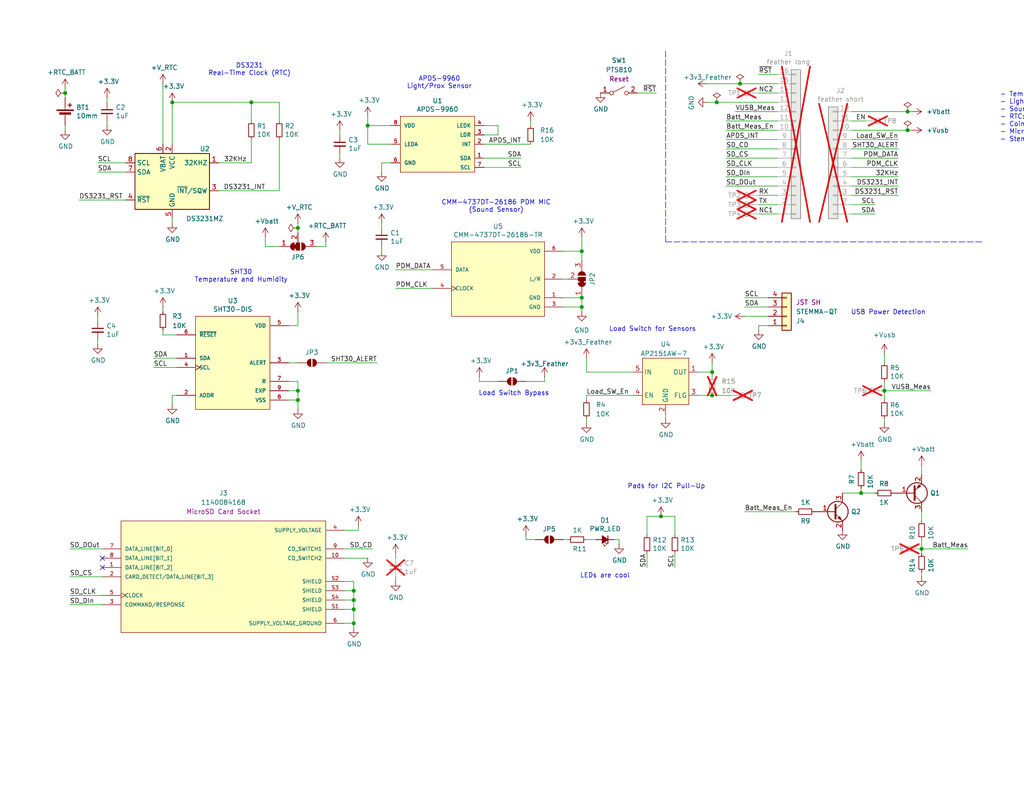
<source format=kicad_sch>
(kicad_sch (version 20231120) (generator "eeschema") (generator_version "8.0")
  (paper "USLetter")
  (title_block (title "BaldSense") (rev "3") (company "@baldengineer"))
  (lib_symbols
    (symbol "Connector_Generic:Conn_01x04" (pin_names (offset 1.016) hide)
      (property "Reference" "J" (at 0 5.08 0))
      (property "Value" "Conn_01x04" (at 0 -7.62 0))
      (symbol "Conn_01x04_1_1"
        (pin passive line (at -5.08 2.54 0) (length 3.81) (name "Pin_1") (number "1"))
        (pin passive line (at -5.08 0 0) (length 3.81) (name "Pin_2") (number "2"))
        (pin passive line (at -5.08 -2.54 0) (length 3.81) (name "Pin_3") (number "3"))
        (pin passive line (at -5.08 -5.08 0) (length 3.81) (name "Pin_4") (number "4"))
      )
    )
    (symbol "Connector_Generic:Conn_01x12" (pin_names (offset 1.016) hide)
      (property "Reference" "J" (at 0 15.24 0))
      (property "Value" "Conn_01x12" (at 0 -17.78 0))
      (symbol "Conn_01x12_1_1"
        (pin passive line (at -5.08 12.7 0) (length 3.81) (name "Pin_1") (number "1"))
        (pin passive line (at -5.08 -10.16 0) (length 3.81) (name "Pin_10") (number "10"))
        (pin passive line (at -5.08 -12.7 0) (length 3.81) (name "Pin_11") (number "11"))
        (pin passive line (at -5.08 -15.24 0) (length 3.81) (name "Pin_12") (number "12"))
        (pin passive line (at -5.08 10.16 0) (length 3.81) (name "Pin_2") (number "2"))
        (pin passive line (at -5.08 7.62 0) (length 3.81) (name "Pin_3") (number "3"))
        (pin passive line (at -5.08 5.08 0) (length 3.81) (name "Pin_4") (number "4"))
        (pin passive line (at -5.08 2.54 0) (length 3.81) (name "Pin_5") (number "5"))
        (pin passive line (at -5.08 0 0) (length 3.81) (name "Pin_6") (number "6"))
        (pin passive line (at -5.08 -2.54 0) (length 3.81) (name "Pin_7") (number "7"))
        (pin passive line (at -5.08 -5.08 0) (length 3.81) (name "Pin_8") (number "8"))
        (pin passive line (at -5.08 -7.62 0) (length 3.81) (name "Pin_9") (number "9"))
      )
    )
    (symbol "Connector_Generic:Conn_01x16" (pin_names (offset 1.016) hide)
      (property "Reference" "J" (at 0 20.32 0))
      (property "Value" "Conn_01x16" (at 0 -22.86 0))
      (symbol "Conn_01x16_1_1"
        (pin passive line (at -5.08 17.78 0) (length 3.81) (name "Pin_1") (number "1"))
        (pin passive line (at -5.08 -5.08 0) (length 3.81) (name "Pin_10") (number "10"))
        (pin passive line (at -5.08 -7.62 0) (length 3.81) (name "Pin_11") (number "11"))
        (pin passive line (at -5.08 -10.16 0) (length 3.81) (name "Pin_12") (number "12"))
        (pin passive line (at -5.08 -12.7 0) (length 3.81) (name "Pin_13") (number "13"))
        (pin passive line (at -5.08 -15.24 0) (length 3.81) (name "Pin_14") (number "14"))
        (pin passive line (at -5.08 -17.78 0) (length 3.81) (name "Pin_15") (number "15"))
        (pin passive line (at -5.08 -20.32 0) (length 3.81) (name "Pin_16") (number "16"))
        (pin passive line (at -5.08 15.24 0) (length 3.81) (name "Pin_2") (number "2"))
        (pin passive line (at -5.08 12.7 0) (length 3.81) (name "Pin_3") (number "3"))
        (pin passive line (at -5.08 10.16 0) (length 3.81) (name "Pin_4") (number "4"))
        (pin passive line (at -5.08 7.62 0) (length 3.81) (name "Pin_5") (number "5"))
        (pin passive line (at -5.08 5.08 0) (length 3.81) (name "Pin_6") (number "6"))
        (pin passive line (at -5.08 2.54 0) (length 3.81) (name "Pin_7") (number "7"))
        (pin passive line (at -5.08 0 0) (length 3.81) (name "Pin_8") (number "8"))
        (pin passive line (at -5.08 -2.54 0) (length 3.81) (name "Pin_9") (number "9"))
      )
    )
    (symbol "Device:Battery_Cell" (pin_numbers hide) (pin_names (offset 0) hide)
      (property "Reference" "BT" (at 2.54 2.54 0))
      (property "Value" "Battery_Cell" (at 2.54 0 0))
      (symbol "Battery_Cell_1_1"
        (pin passive line (at 0 5.08 270) (length 2.54) (name "+") (number "1"))
        (pin passive line (at 0 -2.54 90) (length 2.54) (name "-") (number "2"))
      )
    )
    (symbol "Device:C_Small" (pin_numbers hide) (pin_names (offset 0.254) hide)
      (property "Reference" "C" (at 0.254 1.778 0))
      (property "Value" "C_Small" (at 0.254 -2.032 0))
      (symbol "C_Small_1_1"
        (pin passive line (at 0 2.54 270) (length 2.032) (name "~") (number "1"))
        (pin passive line (at 0 -2.54 90) (length 2.032) (name "~") (number "2"))
      )
    )
    (symbol "Device:LED_Small_Filled" (pin_numbers hide) (pin_names (offset 0.254) hide)
      (property "Reference" "D" (at -1.27 3.175 0))
      (property "Value" "LED_Small_Filled" (at -4.445 -2.54 0))
      (symbol "LED_Small_Filled_1_1"
        (pin passive line (at -2.54 0 0) (length 1.778) (name "K") (number "1"))
        (pin passive line (at 2.54 0 180) (length 1.778) (name "A") (number "2"))
      )
    )
    (symbol "Device:Q_NPN_BEC" (pin_names (offset 0) hide)
      (property "Reference" "Q" (at 5.08 1.27 0))
      (property "Value" "Q_NPN_BEC" (at 5.08 -1.27 0))
      (symbol "Q_NPN_BEC_1_1"
        (pin input line (at -5.08 0 0) (length 5.715) (name "B") (number "1"))
        (pin passive line (at 2.54 -5.08 90) (length 2.54) (name "E") (number "2"))
        (pin passive line (at 2.54 5.08 270) (length 2.54) (name "C") (number "3"))
      )
    )
    (symbol "Device:Q_PNP_BEC" (pin_names (offset 0) hide)
      (property "Reference" "Q" (at 5.08 1.27 0))
      (property "Value" "Q_PNP_BEC" (at 5.08 -1.27 0))
      (symbol "Q_PNP_BEC_1_1"
        (pin input line (at -5.08 0 0) (length 5.715) (name "B") (number "1"))
        (pin passive line (at 2.54 -5.08 90) (length 2.54) (name "E") (number "2"))
        (pin passive line (at 2.54 5.08 270) (length 2.54) (name "C") (number "3"))
      )
    )
    (symbol "Device:R_Small" (pin_numbers hide) (pin_names (offset 0.254) hide)
      (property "Reference" "R" (at 0.762 0.508 0))
      (property "Value" "R_Small" (at 0.762 -1.016 0))
      (symbol "R_Small_1_1"
        (pin passive line (at 0 2.54 270) (length 0.762) (name "~") (number "1"))
        (pin passive line (at 0 -2.54 90) (length 0.762) (name "~") (number "2"))
      )
    )
    (symbol "Jumper:SolderJumper_2_Open" (pin_numbers hide) (pin_names (offset 0) hide) (exclude_from_sim yes) (in_bom no)
      (property "Reference" "JP" (at 0 2.032 0))
      (property "Value" "SolderJumper_2_Open" (at 0 -2.54 0))
      (symbol "SolderJumper_2_Open_1_1"
        (pin passive line (at -3.81 0 0) (length 2.54) (name "A") (number "1"))
        (pin passive line (at 3.81 0 180) (length 2.54) (name "B") (number "2"))
      )
    )
    (symbol "Jumper:SolderJumper_3_Bridged12" (pin_names (offset 0) hide) (exclude_from_sim yes) (in_bom no)
      (property "Reference" "JP" (at -2.54 -2.54 0))
      (property "Value" "SolderJumper_3_Bridged12" (at 0 2.794 0))
      (symbol "SolderJumper_3_Bridged12_1_1"
        (pin passive line (at -5.08 0 0) (length 2.54) (name "A") (number "1"))
        (pin passive line (at 0 -3.81 90) (length 2.54) (name "C") (number "2"))
        (pin passive line (at 5.08 0 180) (length 2.54) (name "B") (number "3"))
      )
    )
    (symbol "My Library:AP2151AW-7"
      (property "Reference" "U" (at 0.762 7.874 0))
      (symbol "AP2151AW-7_0_0"
        (pin power_in line (at 0 -8.89 90) (length 2.54) (name "GND") (number "2"))
        (pin input line (at -8.89 -3.81 0) (length 2.54) (name "EN") (number "4"))
      )
      (symbol "AP2151AW-7_1_0"
        (pin power_out line (at 8.89 2.54 180) (length 2.54) (name "OUT") (number "1"))
        (pin open_collector line (at 8.89 -3.81 180) (length 2.54) (name "FLG") (number "3"))
        (pin power_in line (at -8.89 2.54 0) (length 2.54) (name "IN") (number "5"))
      )
    )
    (symbol "My Library:TestPoint_Harwin" (pin_numbers hide) (pin_names (offset 0.762) hide)
      (property "Reference" "TP" (at 0 6.858 0))
      (symbol "TestPoint_Harwin_1_1"
        (pin passive line (at 0 0 90) (length 2.54) (name "1") (number "1"))
      )
    )
    (symbol "My_Library:1140084168" (pin_names (offset 1.016))
      (property "Reference" "J" (at -27.94 16.002 0))
      (property "Value" "1140084168" (at -27.94 -17.78 0))
      (symbol "1140084168_0_0"
        (pin bidirectional line (at -33.02 2.54 0) (length 5.08) (name "DATA_LINE[BIT_2]") (number "1"))
        (pin passive line (at 33.02 5.08 180) (length 5.08) (name "CD_SWITCH2") (number "10"))
        (pin bidirectional line (at -33.02 0 0) (length 5.08) (name "CARD_DETECT/DATA_LINE[BIT_3]") (number "2"))
        (pin bidirectional line (at -33.02 -7.62 0) (length 5.08) (name "COMMAND/RESPONSE") (number "3"))
        (pin power_in line (at 33.02 12.7 180) (length 5.08) (name "SUPPLY_VOLTAGE") (number "4"))
        (pin bidirectional clock (at -33.02 -5.08 0) (length 5.08) (name "CLOCK") (number "5"))
        (pin power_in line (at 33.02 -12.7 180) (length 5.08) (name "SUPPLY_VOLTAGE_GROUND") (number "6"))
        (pin bidirectional line (at -33.02 7.62 0) (length 5.08) (name "DATA_LINE[BIT_0]") (number "7"))
        (pin bidirectional line (at -33.02 5.08 0) (length 5.08) (name "DATA_LINE[BIT_1]") (number "8"))
        (pin passive line (at 33.02 7.62 180) (length 5.08) (name "CD_SWITCH1") (number "9"))
        (pin passive line (at 33.02 -8.89 180) (length 5.08) (name "SHIELD") (number "S1"))
        (pin passive line (at 33.02 -1.27 180) (length 5.08) (name "SHIELD") (number "S2"))
        (pin passive line (at 33.02 -3.81 180) (length 5.08) (name "SHIELD") (number "S3"))
        (pin passive line (at 33.02 -6.35 180) (length 5.08) (name "SHIELD") (number "S4"))
      )
    )
    (symbol "My_Library:APDS-9960" (pin_names (offset 1.016))
      (property "Reference" "U" (at -10.16 8.89 0))
      (property "Value" "APDS-9960" (at -1.27 8.89 0))
      (symbol "APDS-9960_0_0"
        (pin open_collector line (at 12.7 -3.81 180) (length 2.54) (name "SDA") (number "1"))
        (pin power_in line (at -12.7 0 0) (length 2.54) (name "LEDA") (number "5"))
        (pin power_in line (at -12.7 -5.08 0) (length 2.54) (name "GND") (number "6"))
        (pin open_collector line (at 12.7 -6.35 180) (length 2.54) (name "SCL") (number "7"))
        (pin power_in line (at -12.7 5.08 0) (length 2.54) (name "VDD") (number "8"))
      )
      (symbol "APDS-9960_1_0"
        (pin open_collector line (at 12.7 0 180) (length 2.54) (name "INT") (number "2"))
        (pin power_in line (at 12.7 2.54 180) (length 2.54) (name "LDR") (number "3"))
        (pin power_out line (at 12.7 5.08 180) (length 2.54) (name "LEDK") (number "4"))
      )
    )
    (symbol "My_Library:CMM-4737DT-26186-TR" (pin_names (offset 1.016))
      (property "Reference" "U" (at -12.7 10.16 0))
      (property "Value" "CMM-4737DT-26186-TR" (at -12.7 -12.7 0))
      (symbol "CMM-4737DT-26186-TR_0_0"
        (pin power_in line (at 17.78 -5.08 180) (length 5.08) (name "GND") (number "1"))
        (pin bidirectional line (at 17.78 0 180) (length 5.08) (name "L/R") (number "2"))
        (pin power_in line (at 17.78 -7.62 180) (length 5.08) (name "GND") (number "3"))
        (pin bidirectional clock (at -17.78 -2.54 0) (length 5.08) (name "CLOCK") (number "4"))
        (pin bidirectional line (at -17.78 2.54 0) (length 5.08) (name "DATA") (number "5"))
        (pin power_in line (at 17.78 7.62 180) (length 5.08) (name "VDD") (number "6"))
      )
    )
    (symbol "My_Library:SHT30-DIS" (pin_names (offset 1.016))
      (property "Reference" "U" (at -10.1854 12.7508 0))
      (property "Value" "SHT30-DIS" (at -10.1854 -15.2908 0))
      (symbol "SHT30-DIS_0_0"
        (pin open_collector line (at -15.24 1.27 0) (length 5.08) (name "SDA") (number "1"))
        (pin input line (at -15.24 -8.89 0) (length 5.08) (name "ADDR") (number "2"))
        (pin output line (at 15.24 0 180) (length 5.08) (name "ALERT") (number "3"))
        (pin open_collector clock (at -15.24 -1.27 0) (length 5.08) (name "SCL") (number "4"))
        (pin power_in line (at 15.24 10.16 180) (length 5.08) (name "VDD") (number "5"))
        (pin input line (at -15.24 7.62 0) (length 5.08) (name "~{RESET}") (number "6"))
        (pin passive line (at 15.24 -5.08 180) (length 5.08) (name "R") (number "7"))
        (pin power_in line (at 15.24 -10.16 180) (length 5.08) (name "VSS") (number "8"))
        (pin passive line (at 15.24 -7.62 180) (length 5.08) (name "EXP") (number "9"))
      )
    )
    (symbol "Switch:SW_SPST" (pin_names (offset 0) hide)
      (property "Reference" "SW" (at 0 3.175 0))
      (property "Value" "SW_SPST" (at 0 -2.54 0))
      (symbol "SW_SPST_1_1"
        (pin passive line (at -5.08 0 0) (length 2.54) (name "A") (number "1"))
        (pin passive line (at 5.08 0 180) (length 2.54) (name "B") (number "2"))
      )
    )
    (symbol "Timer_RTC:DS3231MZ"
      (property "Reference" "U" (at -7.62 8.89 0))
      (property "Value" "DS3231MZ" (at 11.43 8.89 0))
      (symbol "DS3231MZ_1_1"
        (pin open_collector line (at 12.7 5.08 180) (length 2.54) (name "32KHZ") (number "1"))
        (pin power_in line (at 0 10.16 270) (length 2.54) (name "VCC") (number "2"))
        (pin open_collector line (at 12.7 -2.54 180) (length 2.54) (name "~{INT}/SQW") (number "3"))
        (pin bidirectional line (at -12.7 -5.08 0) (length 2.54) (name "~{RST}") (number "4"))
        (pin power_in line (at 0 -10.16 90) (length 2.54) (name "GND") (number "5"))
        (pin power_in line (at -2.54 10.16 270) (length 2.54) (name "VBAT") (number "6"))
        (pin bidirectional line (at -12.7 2.54 0) (length 2.54) (name "SDA") (number "7"))
        (pin input line (at -12.7 5.08 0) (length 2.54) (name "SCL") (number "8"))
      )
    )
    (symbol "power:+3.3V" (power) (pin_numbers hide) (pin_names (offset 0) hide)
      (property "Value" "+3.3V" (at 0 3.556 0))
      (symbol "+3.3V_1_1"
        (pin power_in line (at 0 0 90) (length 0) (name "~") (number "1"))
      )
    )
    (symbol "power:+BATT" (power) (pin_numbers hide) (pin_names (offset 0) hide)
      (property "Value" "+BATT" (at 0 3.556 0))
      (symbol "+BATT_1_1"
        (pin power_in line (at 0 0 90) (length 0) (name "~") (number "1"))
      )
    )
    (symbol "power:GND" (power) (pin_numbers hide) (pin_names (offset 0) hide)
      (property "Value" "GND" (at 0 -3.81 0))
      (symbol "GND_1_1"
        (pin power_in line (at 0 0 270) (length 0) (name "~") (number "1"))
      )
    )
    (symbol "power:PWR_FLAG" (power) (pin_numbers hide) (pin_names (offset 0) hide)
      (property "Value" "PWR_FLAG" (at 0 3.81 0))
      (symbol "PWR_FLAG_0_0"
        (pin power_out line (at 0 0 90) (length 0) (name "~") (number "1"))
      )
    )
  )
  (junction (at 234.95 134.62))
  (junction (at 195.58 27.94))
  (junction (at 158.75 81.28))
  (junction (at 100.33 34.29))
  (junction (at 158.75 83.82))
  (junction (at 158.75 68.58))
  (junction (at 81.28 62.23))
  (junction (at 251.46 149.86))
  (junction (at 96.52 170.18))
  (junction (at 96.52 166.37))
  (junction (at 96.52 161.29))
  (junction (at 81.28 109.22))
  (junction (at 17.78 25.4))
  (junction (at 247.65 35.56))
  (junction (at 247.65 30.48))
  (junction (at 194.31 101.6))
  (junction (at 81.28 106.68))
  (junction (at 68.58 27.94))
  (junction (at 46.99 27.94))
  (junction (at 241.3 106.68))
  (junction (at 96.52 163.83))
  (junction (at 201.93 22.86))
  (junction (at 180.34 140.97))
  (junction (at 194.31 107.95))
  (no_connect (at 27.94 152.4))
  (no_connect (at 27.94 154.94))
  (wire (pts (xy 104.14 60.96) (xy 104.14 62.23)))
  (wire (pts (xy 234.95 133.35) (xy 234.95 134.62)))
  (wire (pts (xy 81.28 104.14) (xy 81.28 106.68)))
  (wire (pts (xy 78.74 109.22) (xy 81.28 109.22)))
  (wire (pts (xy 93.98 170.18) (xy 96.52 170.18)))
  (wire (pts (xy 104.14 44.45) (xy 104.14 46.99)))
  (wire (pts (xy 168.91 147.32) (xy 168.91 148.59)))
  (wire (pts (xy 194.31 99.06) (xy 194.31 101.6)))
  (wire (pts (xy 251.46 149.86) (xy 264.16 149.86)))
  (wire (pts (xy 81.28 106.68) (xy 81.28 109.22)))
  (wire (pts (xy 232.41 30.48) (xy 247.65 30.48)))
  (wire (pts (xy 203.2 139.7) (xy 217.17 139.7)))
  (wire (pts (xy 48.26 107.95) (xy 46.99 107.95)))
  (wire (pts (xy 93.98 163.83) (xy 96.52 163.83)))
  (wire (pts (xy 17.78 34.29) (xy 17.78 35.56)))
  (wire (pts (xy 93.98 161.29) (xy 96.52 161.29)))
  (wire (pts (xy 68.58 27.94) (xy 68.58 33.02)))
  (wire (pts (xy 160.02 107.95) (xy 172.72 107.95)))
  (wire (pts (xy 193.04 27.94) (xy 195.58 27.94)))
  (wire (pts (xy 167.64 147.32) (xy 168.91 147.32)))
  (wire (pts (xy 107.95 151.13) (xy 107.95 152.4)))
  (wire (pts (xy 107.95 157.48) (xy 107.95 158.75)))
  (wire (pts (xy 96.52 163.83) (xy 96.52 166.37)))
  (wire (pts (xy 97.79 143.51) (xy 97.79 144.78)))
  (wire (pts (xy 241.3 104.14) (xy 241.3 106.68)))
  (wire (pts (xy 46.99 59.69) (xy 46.99 60.96)))
  (wire (pts (xy 207.01 25.4) (xy 212.09 25.4)))
  (wire (pts (xy 59.69 52.07) (xy 76.2 52.07)))
  (wire (pts (xy 34.29 46.99) (xy 26.67 46.99)))
  (wire (pts (xy 93.98 158.75) (xy 96.52 158.75)))
  (wire (pts (xy 88.9 99.06) (xy 102.87 99.06)))
  (wire (pts (xy 232.41 43.18) (xy 245.11 43.18)))
  (wire (pts (xy 44.45 91.44) (xy 44.45 90.17)))
  (wire (pts (xy 17.78 24.13) (xy 17.78 25.4)))
  (wire (pts (xy 232.41 40.64) (xy 245.11 40.64)))
  (wire (pts (xy 179.07 25.4) (xy 173.99 25.4)))
  (wire (pts (xy 101.6 149.86) (xy 93.98 149.86)))
  (wire (pts (xy 27.94 165.1) (xy 19.05 165.1)))
  (wire (pts (xy 158.75 68.58) (xy 158.75 71.12)))
  (wire (pts (xy 93.98 166.37) (xy 96.52 166.37)))
  (wire (pts (xy 234.95 134.62) (xy 238.76 134.62)))
  (wire (pts (xy 143.51 146.05) (xy 143.51 147.32)))
  (wire (pts (xy 160.02 147.32) (xy 162.56 147.32)))
  (wire (pts (xy 106.68 44.45) (xy 104.14 44.45)))
  (wire (pts (xy 135.89 34.29) (xy 135.89 36.83)))
  (wire (pts (xy 232.41 45.72) (xy 245.11 45.72)))
  (wire (pts (xy 194.31 101.6) (xy 194.31 102.87)))
  (wire (pts (xy 34.29 44.45) (xy 26.67 44.45)))
  (wire (pts (xy 68.58 44.45) (xy 68.58 38.1)))
  (wire (pts (xy 132.08 39.37) (xy 144.78 39.37)))
  (wire (pts (xy 153.67 81.28) (xy 158.75 81.28)))
  (wire (pts (xy 232.41 33.02) (xy 236.22 33.02)))
  (wire (pts (xy 107.95 73.66) (xy 118.11 73.66)))
  (wire (pts (xy 17.78 25.4) (xy 17.78 26.67)))
  (wire (pts (xy 100.33 31.75) (xy 100.33 34.29)))
  (wire (pts (xy 48.26 100.33) (xy 41.91 100.33)))
  (wire (pts (xy 198.12 33.02) (xy 212.09 33.02)))
  (wire (pts (xy 29.21 33.02) (xy 29.21 34.29)))
  (wire (pts (xy 158.75 64.77) (xy 158.75 68.58)))
  (wire (pts (xy 76.2 27.94) (xy 68.58 27.94)))
  (wire (pts (xy 34.29 54.61) (xy 21.59 54.61)))
  (wire (pts (xy 232.41 55.88) (xy 238.76 55.88)))
  (wire (pts (xy 198.12 35.56) (xy 212.09 35.56)))
  (wire (pts (xy 241.3 106.68) (xy 241.3 109.22)))
  (wire (pts (xy 207.01 55.88) (xy 212.09 55.88)))
  (wire (pts (xy 190.5 107.95) (xy 194.31 107.95)))
  (wire (pts (xy 207.01 58.42) (xy 212.09 58.42)))
  (wire (pts (xy 232.41 53.34) (xy 245.11 53.34)))
  (wire (pts (xy 92.71 41.91) (xy 92.71 43.18)))
  (wire (pts (xy 81.28 88.9) (xy 78.74 88.9)))
  (wire (pts (xy 88.9 67.31) (xy 88.9 66.04)))
  (wire (pts (xy 198.12 38.1) (xy 212.09 38.1)))
  (wire (pts (xy 96.52 158.75) (xy 96.52 161.29)))
  (wire (pts (xy 78.74 99.06) (xy 81.28 99.06)))
  (wire (pts (xy 232.41 35.56) (xy 247.65 35.56)))
  (wire (pts (xy 241.3 99.06) (xy 241.3 96.52)))
  (wire (pts (xy 132.08 45.72) (xy 142.24 45.72)))
  (wire (pts (xy 27.94 157.48) (xy 19.05 157.48)))
  (wire (pts (xy 198.12 40.64) (xy 212.09 40.64)))
  (wire (pts (xy 26.67 92.71) (xy 26.67 93.98)))
  (wire (pts (xy 107.95 78.74) (xy 118.11 78.74)))
  (wire (pts (xy 86.36 67.31) (xy 88.9 67.31)))
  (wire (pts (xy 148.59 102.87) (xy 148.59 104.14)))
  (wire (pts (xy 203.2 81.28) (xy 209.55 81.28)))
  (wire (pts (xy 232.41 48.26) (xy 245.11 48.26)))
  (wire (pts (xy 76.2 67.31) (xy 72.39 67.31)))
  (wire (pts (xy 176.53 146.05) (xy 176.53 140.97)))
  (wire (pts (xy 46.99 27.94) (xy 68.58 27.94)))
  (wire (pts (xy 207.01 88.9) (xy 207.01 90.17)))
  (wire (pts (xy 201.93 22.86) (xy 212.09 22.86)))
  (wire (pts (xy 48.26 91.44) (xy 44.45 91.44)))
  (wire (pts (xy 195.58 27.94) (xy 212.09 27.94)))
  (wire (pts (xy 234.95 128.27) (xy 234.95 125.73)))
  (wire (pts (xy 46.99 107.95) (xy 46.99 110.49)))
  (wire (pts (xy 97.79 144.78) (xy 93.98 144.78)))
  (wire (pts (xy 232.41 50.8) (xy 245.11 50.8)))
  (wire (pts (xy 160.02 97.79) (xy 160.02 101.6)))
  (wire (pts (xy 247.65 30.48) (xy 248.92 30.48)))
  (wire (pts (xy 251.46 147.32) (xy 251.46 149.86)))
  (wire (pts (xy 96.52 161.29) (xy 96.52 163.83)))
  (wire (pts (xy 72.39 67.31) (xy 72.39 64.77)))
  (wire (pts (xy 229.87 134.62) (xy 234.95 134.62)))
  (wire (pts (xy 200.66 30.48) (xy 212.09 30.48)))
  (wire (pts (xy 232.41 38.1) (xy 245.11 38.1)))
  (wire (pts (xy 81.28 60.96) (xy 81.28 62.23)))
  (wire (pts (xy 81.28 62.23) (xy 81.28 63.5)))
  (wire (pts (xy 96.52 166.37) (xy 96.52 170.18)))
  (polyline (pts (xy 181.61 13.97) (xy 181.61 66.04)) (stroke (width 0) (type dash)))
  (wire (pts (xy 29.21 26.67) (xy 29.21 27.94)))
  (wire (pts (xy 78.74 106.68) (xy 81.28 106.68)))
  (wire (pts (xy 247.65 35.56) (xy 248.92 35.56)))
  (wire (pts (xy 100.33 34.29) (xy 106.68 34.29)))
  (wire (pts (xy 44.45 83.82) (xy 44.45 85.09)))
  (wire (pts (xy 48.26 97.79) (xy 41.91 97.79)))
  (wire (pts (xy 176.53 140.97) (xy 180.34 140.97)))
  (wire (pts (xy 76.2 38.1) (xy 76.2 52.07)))
  (wire (pts (xy 209.55 88.9) (xy 207.01 88.9)))
  (wire (pts (xy 143.51 147.32) (xy 146.05 147.32)))
  (wire (pts (xy 184.15 146.05) (xy 184.15 140.97)))
  (wire (pts (xy 106.68 39.37) (xy 100.33 39.37)))
  (wire (pts (xy 132.08 43.18) (xy 142.24 43.18)))
  (wire (pts (xy 76.2 33.02) (xy 76.2 27.94)))
  (wire (pts (xy 207.01 53.34) (xy 212.09 53.34)))
  (wire (pts (xy 180.34 140.97) (xy 184.15 140.97)))
  (wire (pts (xy 251.46 156.21) (xy 251.46 157.48)))
  (wire (pts (xy 153.67 147.32) (xy 154.94 147.32)))
  (wire (pts (xy 104.14 67.31) (xy 104.14 68.58)))
  (wire (pts (xy 78.74 104.14) (xy 81.28 104.14)))
  (wire (pts (xy 44.45 22.86) (xy 44.45 39.37)))
  (wire (pts (xy 92.71 35.56) (xy 92.71 36.83)))
  (wire (pts (xy 158.75 68.58) (xy 153.67 68.58)))
  (wire (pts (xy 190.5 101.6) (xy 194.31 101.6)))
  (wire (pts (xy 130.81 102.87) (xy 130.81 104.14)))
  (wire (pts (xy 27.94 149.86) (xy 19.05 149.86)))
  (wire (pts (xy 59.69 44.45) (xy 68.58 44.45)))
  (wire (pts (xy 153.67 83.82) (xy 158.75 83.82)))
  (wire (pts (xy 132.08 34.29) (xy 135.89 34.29)))
  (wire (pts (xy 93.98 152.4) (xy 100.33 152.4)))
  (wire (pts (xy 194.31 107.95) (xy 199.39 107.95)))
  (wire (pts (xy 241.3 106.68) (xy 254 106.68)))
  (wire (pts (xy 198.12 43.18) (xy 212.09 43.18)))
  (wire (pts (xy 198.12 50.8) (xy 212.09 50.8)))
  (wire (pts (xy 203.2 86.36) (xy 209.55 86.36)))
  (wire (pts (xy 100.33 39.37) (xy 100.33 34.29)))
  (wire (pts (xy 153.67 76.2) (xy 154.94 76.2)))
  (wire (pts (xy 193.04 22.86) (xy 201.93 22.86)))
  (wire (pts (xy 81.28 109.22) (xy 81.28 111.76)))
  (wire (pts (xy 158.75 83.82) (xy 158.75 85.09)))
  (wire (pts (xy 144.78 33.02) (xy 144.78 34.29)))
  (wire (pts (xy 251.46 139.7) (xy 251.46 142.24)))
  (wire (pts (xy 251.46 149.86) (xy 251.46 151.13)))
  (wire (pts (xy 135.89 36.83) (xy 132.08 36.83)))
  (wire (pts (xy 160.02 107.95) (xy 160.02 109.22)))
  (wire (pts (xy 184.15 151.13) (xy 184.15 154.94)))
  (wire (pts (xy 160.02 114.3) (xy 160.02 115.57)))
  (wire (pts (xy 176.53 151.13) (xy 176.53 154.94)))
  (wire (pts (xy 160.02 101.6) (xy 172.72 101.6)))
  (wire (pts (xy 26.67 86.36) (xy 26.67 87.63)))
  (wire (pts (xy 251.46 127) (xy 251.46 129.54)))
  (wire (pts (xy 241.3 114.3) (xy 241.3 115.57)))
  (wire (pts (xy 81.28 85.09) (xy 81.28 88.9)))
  (wire (pts (xy 96.52 170.18) (xy 96.52 171.45)))
  (wire (pts (xy 207.01 20.32) (xy 212.09 20.32)))
  (polyline (pts (xy 181.61 66.04) (xy 267.97 66.04)) (stroke (width 0) (type dash)))
  (wire (pts (xy 158.75 81.28) (xy 158.75 83.82)))
  (wire (pts (xy 198.12 45.72) (xy 212.09 45.72)))
  (wire (pts (xy 181.61 113.03) (xy 181.61 114.3)))
  (wire (pts (xy 232.41 58.42) (xy 238.76 58.42)))
  (wire (pts (xy 130.81 104.14) (xy 135.89 104.14)))
  (wire (pts (xy 148.59 104.14) (xy 143.51 104.14)))
  (wire (pts (xy 46.99 39.37) (xy 46.99 27.94)))
  (wire (pts (xy 27.94 162.56) (xy 19.05 162.56)))
  (wire (pts (xy 203.2 83.82) (xy 209.55 83.82)))
  (wire (pts (xy 198.12 48.26) (xy 212.09 48.26)))
  (text "APDS-9960\nLight/Prox Sensor" (at 119.888 24.384 0) (effects (font (size 1.27 1.27)) (justify bottom)))
  (text "SHT30\nTemperature and Humidity" (at 65.786 77.216 0) (effects (font (size 1.27 1.27)) (justify bottom)))
  (text "Pads for I2C Pull-Up" (at 171.196 133.604 0) (effects (font (size 1.27 1.27)) (justify left bottom)))
  (text "- Temp / Humidity: SHT30-DIS-B2.5KS\n- Light: APDS9960\n- Sound: MP34DT01TR-M\n- RTC: DS3231S\n- Coin Cell Holder CR2032\n- Micro SD Card Socket\n- Stemma QT Socket (NEED TO ADD)" (at 272.796 38.862 0) (effects (font (size 1.27 1.27)) (justify left bottom)))
  (text "CMM-4737DT-26186 PDM MIC\n(Sound Sensor)" (at 135.382 58.166 0) (effects (font (size 1.27 1.27)) (justify bottom)))
  (text "DS3231\nReal-Time Clock (RTC)" (at 68.072 20.828 0) (effects (font (size 1.27 1.27)) (justify bottom)))
  (text "Load Switch for Sensors	\n" (at 181.356 90.678 0) (effects (font (size 1.27 1.27)) (justify bottom)))
  (text "Load Switch Bypass" (at 130.556 108.204 0) (effects (font (size 1.27 1.27)) (justify left bottom)))
  (text "LEDs are cool" (at 158.242 157.988 0) (effects (font (size 1.27 1.27)) (justify left bottom)))
  (text "USB Power Detection" (at 232.156 86.106 0) (effects (font (size 1.27 1.27)) (justify left bottom)))
  (label "SDA" (at 238.76 58.42 180))
  (label "SCL" (at 184.15 154.94 90))
  (label "SD_DOut" (at 198.12 50.8 0))
  (label "Batt_Meas" (at 264.16 149.86 180))
  (label "VUSB_Meas" (at 254 106.68 180))
  (label "Load_SW_En" (at 160.02 107.95 0))
  (label "Batt_Meas" (at 198.12 33.02 0))
  (label "APDS_INT" (at 142.24 39.37 180))
  (label "APDS_INT" (at 198.12 38.1 0))
  (label "SD_DIn" (at 19.05 165.1 0))
  (label "SCL" (at 142.24 45.72 180))
  (label "~{RST}" (at 179.07 25.4 180))
  (label "~{RST}" (at 207.01 20.32 0))
  (label "TX" (at 207.01 55.88 0))
  (label "SCL" (at 26.67 44.45 0))
  (label "DS3231_INT" (at 245.11 50.8 180))
  (label "NC2" (at 207.01 25.4 0))
  (label "DS3231_INT" (at 72.39 52.07 180))
  (label "PDM_CLK" (at 245.11 45.72 180))
  (label "Load_SW_En" (at 245.11 38.1 180))
  (label "NC1" (at 207.01 58.42 0))
  (label "SD_DOut" (at 19.05 149.86 0))
  (label "DS3231_RST" (at 245.11 53.34 180))
  (label "SDA" (at 26.67 46.99 0))
  (label "32KHz" (at 67.31 44.45 180))
  (label "PDM_DATA" (at 107.95 73.66 0))
  (label "SD_CD" (at 198.12 40.64 0))
  (label "SD_CS" (at 198.12 43.18 0))
  (label "Batt_Meas_En" (at 198.12 35.56 0))
  (label "PDM_DATA" (at 245.11 43.18 180))
  (label "SDA" (at 176.53 154.94 90))
  (label "SD_DIn" (at 198.12 48.26 0))
  (label "SD_CS" (at 19.05 157.48 0))
  (label "SD_CD" (at 101.6 149.86 180))
  (label "SDA" (at 142.24 43.18 180))
  (label "SHT30_ALERT" (at 102.87 99.06 180))
  (label "VUSB_Meas" (at 200.66 30.48 0))
  (label "SHT30_ALERT" (at 245.11 40.64 180))
  (label "SCL" (at 203.2 81.28 0))
  (label "SDA" (at 41.91 97.79 0))
  (label "Batt_Meas_En" (at 203.2 139.7 0))
  (label "SD_CLK" (at 19.05 162.56 0))
  (label "EN" (at 236.22 33.02 180))
  (label "PDM_CLK" (at 107.95 78.74 0))
  (label "RX" (at 207.01 53.34 0))
  (label "SD_CLK" (at 198.12 45.72 0))
  (label "SCL" (at 238.76 55.88 180))
  (label "SDA" (at 203.2 83.82 0))
  (label "SCL" (at 41.91 100.33 0))
  (label "DS3231_RST" (at 21.59 54.61 0))
  (label "32KHz" (at 245.11 48.26 180))
  (symbol (lib_id "Connector_Generic:Conn_01x16") (at 217.17 40.64 0) (mirror x) (unit 1) (dnp yes)
    (property "Reference" "J1" (at 215.1126 14.605 0))
    (property "Value" "feather long" (at 215.1126 16.9164 0))
    (property "Footprint" "Connector_PinHeader_2.54mm:PinHeader_1x16_P2.54mm_Vertical" (effects (hide yes)))
  )
  (symbol (lib_id "Connector_Generic:Conn_01x12") (at 227.33 45.72 180) (unit 1) (dnp yes)
    (property "Reference" "J2" (at 229.362 24.765 0))
    (property "Value" "feather short" (at 229.362 27.0764 0))
    (property "Footprint" "Connector_PinHeader_2.54mm:PinHeader_1x12_P2.54mm_Vertical" (effects (hide yes)))
  )
  (symbol (lib_id "power:GND") (at 193.04 27.94 270) (unit 1)
    (property "Reference" "#PWR02" (effects (hide yes)))
    (property "Value" "GND" (at 188.6458 28.067 0))
  )
  (symbol (lib_id "Timer_RTC:DS3231MZ") (at 46.99 49.53 0) (unit 1)
    (property "Reference" "U2" (at 55.88 40.64 0))
    (property "Value" "DS3231MZ" (at 55.88 59.69 0))
    (property "Footprint" "Package_SO:SOIC-8_3.9x4.9mm_P1.27mm" (effects (hide yes)))
    (property "Datasheet" "http://datasheets.maximintegrated.com/en/ds/DS3231M.pdf" (effects (hide yes)))
  )
  (symbol (lib_id "Device:R_Small") (at 184.15 148.59 0) (unit 1)
    (property "Reference" "R13" (at 185.6486 147.4216 0) (effects (justify left)))
    (property "Value" "10K" (at 185.6486 149.733 0) (effects (justify left)))
    (property "Footprint" "Resistor_SMD:R_0402_1005Metric" (effects (hide yes)))
  )
  (symbol (lib_id "Device:R_Small") (at 176.53 148.59 0) (unit 1)
    (property "Reference" "R12" (at 178.0286 147.4216 0) (effects (justify left)))
    (property "Value" "10K" (at 178.0286 149.733 0) (effects (justify left)))
    (property "Footprint" "Resistor_SMD:R_0402_1005Metric" (effects (hide yes)))
  )
  (symbol (lib_id "Device:R_Small") (at 68.58 35.56 0) (unit 1)
    (property "Reference" "R1" (at 70.0786 34.3916 0) (effects (justify left)))
    (property "Value" "10K" (at 70.0786 36.703 0) (effects (justify left)))
    (property "Footprint" "Resistor_SMD:R_0402_1005Metric" (effects (hide yes)))
  )
  (symbol (lib_id "Device:R_Small") (at 76.2 35.56 0) (unit 1)
    (property "Reference" "R2" (at 77.6986 34.3916 0) (effects (justify left)))
    (property "Value" "10K" (at 77.6986 36.703 0) (effects (justify left)))
    (property "Footprint" "Resistor_SMD:R_0402_1005Metric" (effects (hide yes)))
  )
  (symbol (lib_id "power:+3.3V") (at 46.99 27.94 0) (unit 1)
    (property "Reference" "#PWR0101" (effects (hide yes)))
    (property "Value" "+3.3V" (at 47.371 23.5458 0))
  )
  (symbol (lib_id "power:GND") (at 46.99 60.96 0) (unit 1)
    (property "Reference" "#PWR0102" (effects (hide yes)))
    (property "Value" "GND" (at 47.117 65.3542 0))
  )
  (symbol (lib_id "Device:Battery_Cell") (at 17.78 31.75 0) (unit 1)
    (property "Reference" "BT1" (at 20.7772 29.3116 0) (effects (justify left)))
    (property "Value" "10mm" (at 20.7772 31.623 0) (effects (justify left)))
    (property "Footprint" "My Libraries:MPD_BK-870" (effects (hide yes)))
  )
  (symbol (lib_id "power:GND") (at 17.78 35.56 0) (unit 1)
    (property "Reference" "#PWR0103" (effects (hide yes)))
    (property "Value" "GND" (at 17.907 39.9542 0))
  )
  (symbol (lib_id "Device:C_Small") (at 29.21 30.48 0) (unit 1)
    (property "Reference" "C2" (at 31.5468 29.3116 0) (effects (justify left)))
    (property "Value" "1uF" (at 31.5468 31.623 0) (effects (justify left)))
    (property "Footprint" "Capacitor_SMD:C_0603_1608Metric" (effects (hide yes)))
  )
  (symbol (lib_id "power:GND") (at 29.21 34.29 0) (unit 1)
    (property "Reference" "#PWR0107" (effects (hide yes)))
    (property "Value" "GND" (at 29.337 38.6842 0))
  )
  (symbol (lib_id "power:+3.3V") (at 158.75 64.77 0) (unit 1)
    (property "Reference" "#PWR0109" (effects (hide yes)))
    (property "Value" "+3.3V" (at 159.131 60.3758 0))
  )
  (symbol (lib_id "Device:C_Small") (at 104.14 64.77 0) (unit 1)
    (property "Reference" "C1" (at 106.4768 63.6016 0) (effects (justify left)))
    (property "Value" "1uF" (at 106.4768 65.913 0) (effects (justify left)))
    (property "Footprint" "Capacitor_SMD:C_0603_1608Metric" (effects (hide yes)))
  )
  (symbol (lib_id "power:+3.3V") (at 104.14 60.96 0) (unit 1)
    (property "Reference" "#PWR0110" (effects (hide yes)))
    (property "Value" "+3.3V" (at 104.521 56.5658 0))
  )
  (symbol (lib_id "power:GND") (at 104.14 68.58 0) (unit 1)
    (property "Reference" "#PWR0111" (effects (hide yes)))
    (property "Value" "GND" (at 104.267 72.9742 0))
  )
  (symbol (lib_id "power:GND") (at 104.14 46.99 0) (unit 1)
    (property "Reference" "#PWR0113" (effects (hide yes)))
    (property "Value" "GND" (at 104.267 51.3842 0))
  )
  (symbol (lib_id "Device:C_Small") (at 92.71 39.37 0) (unit 1)
    (property "Reference" "C3" (at 95.0468 38.2016 0) (effects (justify left)))
    (property "Value" "1uF" (at 95.0468 40.513 0) (effects (justify left)))
    (property "Footprint" "Capacitor_SMD:C_0603_1608Metric" (effects (hide yes)))
  )
  (symbol (lib_id "power:+3.3V") (at 92.71 35.56 0) (unit 1)
    (property "Reference" "#PWR0114" (effects (hide yes)))
    (property "Value" "+3.3V" (at 93.091 31.1658 0))
  )
  (symbol (lib_id "power:GND") (at 92.71 43.18 0) (unit 1)
    (property "Reference" "#PWR0115" (effects (hide yes)))
    (property "Value" "GND" (at 92.837 47.5742 0))
  )
  (symbol (lib_id "power:+3.3V") (at 100.33 31.75 0) (unit 1)
    (property "Reference" "#PWR0116" (effects (hide yes)))
    (property "Value" "+3.3V" (at 100.711 27.3558 0))
  )
  (symbol (lib_id "power:+3.3V") (at 180.34 140.97 0) (unit 1)
    (property "Reference" "#PWR0117" (effects (hide yes)))
    (property "Value" "+3.3V" (at 180.721 136.5758 0))
  )
  (symbol (lib_id "power:+3.3V") (at 81.28 85.09 0) (unit 1)
    (property "Reference" "#PWR0118" (effects (hide yes)))
    (property "Value" "+3.3V" (at 81.661 80.6958 0))
  )
  (symbol (lib_id "power:GND") (at 81.28 111.76 0) (unit 1)
    (property "Reference" "#PWR0119" (effects (hide yes)))
    (property "Value" "GND" (at 81.407 116.1542 0))
  )
  (symbol (lib_id "Device:C_Small") (at 26.67 90.17 0) (unit 1)
    (property "Reference" "C4" (at 29.0068 89.0016 0) (effects (justify left)))
    (property "Value" "1uF" (at 29.0068 91.313 0) (effects (justify left)))
    (property "Footprint" "Capacitor_SMD:C_0603_1608Metric" (effects (hide yes)))
  )
  (symbol (lib_id "power:+3.3V") (at 26.67 86.36 0) (unit 1)
    (property "Reference" "#PWR0120" (effects (hide yes)))
    (property "Value" "+3.3V" (at 27.051 81.9658 0))
  )
  (symbol (lib_id "power:GND") (at 26.67 93.98 0) (unit 1)
    (property "Reference" "#PWR0121" (effects (hide yes)))
    (property "Value" "GND" (at 26.797 98.3742 0))
  )
  (symbol (lib_id "My_Library:CMM-4737DT-26186-TR") (at 135.89 76.2 0) (unit 1)
    (property "Reference" "U5" (at 135.89 61.7982 0))
    (property "Value" "CMM-4737DT-26186-TR" (at 135.89 64.1096 0))
    (property "Footprint" "XDCR_CMM-4737DT-26186-TR" (effects (hide yes)))
    (property "Field4" "Unavailable" (effects (hide yes)))
    (property "Field5" "None" (effects (hide yes)))
    (property "Field6" "CUI Inc." (effects (hide yes)))
    (property "Field7" "None" (effects (hide yes)))
    (property "Field8" "CMM-4737DT-26186-TR" (effects (hide yes)))
  )
  (symbol (lib_id "Jumper:SolderJumper_2_Open") (at 139.7 104.14 0) (unit 1)
    (property "Reference" "JP1" (at 139.7 101.2698 0))
    (property "Value" "3.3V Select" (effects (hide yes)))
    (property "Footprint" "Jumper:SolderJumper-2_P1.3mm_Open_RoundedPad1.0x1.5mm" (effects (hide yes)))
  )
  (symbol (lib_id "power:+3.3V") (at 44.45 83.82 0) (unit 1)
    (property "Reference" "#PWR0122" (effects (hide yes)))
    (property "Value" "+3.3V" (at 44.831 79.4258 0))
  )
  (symbol (lib_id "power:+3.3V") (at 130.81 102.87 0) (unit 1)
    (property "Reference" "#PWR0128" (effects (hide yes)))
    (property "Value" "+3.3V" (at 131.191 98.4758 0))
  )
  (symbol (lib_id "Jumper:SolderJumper_2_Open") (at 149.86 147.32 0) (unit 1)
    (property "Reference" "JP5" (at 149.86 144.4498 0))
    (property "Value" "LED En" (effects (hide yes)))
    (property "Footprint" "Jumper:SolderJumper-2_P1.3mm_Open_RoundedPad1.0x1.5mm" (effects (hide yes)))
  )
  (symbol (lib_id "power:+3.3V") (at 143.51 146.05 0) (unit 1)
    (property "Reference" "#PWR0129" (effects (hide yes)))
    (property "Value" "+3.3V" (at 143.891 141.6558 0))
  )
  (symbol (lib_id "power:GND") (at 46.99 110.49 0) (unit 1)
    (property "Reference" "#PWR0123" (effects (hide yes)))
    (property "Value" "GND" (at 47.117 114.8842 0))
  )
  (symbol (lib_id "Device:R_Small") (at 157.48 147.32 270) (unit 1)
    (property "Reference" "R11" (at 156.21 149.86 90) (effects (justify left)))
    (property "Value" "1K" (at 156.21 144.78 90) (effects (justify left)))
    (property "Footprint" "Resistor_SMD:R_0402_1005Metric" (effects (hide yes)))
  )
  (symbol (lib_id "Jumper:SolderJumper_2_Open") (at 85.09 99.06 0) (unit 1)
    (property "Reference" "JP3" (at 85.09 96.1898 0))
    (property "Value" "SHT30-Alert" (effects (hide yes)))
    (property "Footprint" "Jumper:SolderJumper-2_P1.3mm_Open_RoundedPad1.0x1.5mm" (effects (hide yes)))
  )
  (symbol (lib_id "Device:LED_Small_Filled") (at 165.1 147.32 180) (unit 1)
    (property "Reference" "D1" (at 165.1 142.0622 0))
    (property "Value" "PWR_LED" (at 165.1 144.3736 0))
    (property "Footprint" "LED_SMD:LED_0805_2012Metric" (effects (hide yes)))
    (property "Description" "Light emitting diode, small symbol, filled shape" (effects (hide yes)))
  )
  (symbol (lib_id "power:GND") (at 168.91 148.59 0) (unit 1)
    (property "Reference" "#PWR0130" (effects (hide yes)))
    (property "Value" "GND" (at 169.037 152.9842 0))
  )
  (symbol (lib_id "power:GND") (at 158.75 85.09 0) (unit 1)
    (property "Reference" "#PWR0108" (effects (hide yes)))
    (property "Value" "GND" (at 158.75 90.17 0))
  )
  (symbol (lib_id "My_Library:1140084168") (at 60.96 157.48 0) (unit 1)
    (property "Reference" "J3" (at 60.96 134.62 0))
    (property "Value" "1140084168" (at 60.96 137.16 0))
    (property "Footprint" "AMPHENOL_1140084168" (effects (hide yes)))
    (property "Datasheet" "A" (effects (hide yes)))
    (property "Field4" "Amphenol" (effects (hide yes)))
    (property "Field5" "1.68mm" (effects (hide yes)))
    (property "Field6" "Manufacturer recommendations" (effects (hide yes)))
    (property "Field8" "MicroSD Card Socket" (at 60.96 139.7 0))
  )
  (symbol (lib_id "My_Library:APDS-9960") (at 119.38 39.37 0) (unit 1)
    (property "Reference" "U1" (at 119.38 27.5082 0))
    (property "Value" "APDS-9960" (at 119.38 29.8196 0))
    (property "Footprint" "APDS-9960" (effects (hide yes)))
    (property "Datasheet" "SEN-12005" (effects (hide yes)))
  )
  (symbol (lib_id "My_Library:SHT30-DIS") (at 63.5 99.06 0) (unit 1)
    (property "Reference" "U3" (at 63.5 82.1182 0))
    (property "Value" "SHT30-DIS" (at 63.5 84.4296 0))
    (property "Footprint" "DFN250X250X100-9N" (effects (hide yes)))
    (property "Datasheet" "Sensirion" (effects (hide yes)))
  )
  (symbol (lib_id "Device:C_Small") (at 107.95 154.94 0) (unit 1) (dnp yes)
    (property "Reference" "C7" (at 110.2868 153.7716 0) (effects (justify left)))
    (property "Value" "1uF" (at 110.2868 156.083 0) (effects (justify left)))
    (property "Footprint" "Capacitor_SMD:C_0603_1608Metric" (effects (hide yes)))
  )
  (symbol (lib_id "power:+3.3V") (at 107.95 151.13 0) (unit 1)
    (property "Reference" "#PWR0124" (effects (hide yes)))
    (property "Value" "+3.3V" (at 108.331 146.7358 0))
  )
  (symbol (lib_id "power:GND") (at 107.95 158.75 0) (unit 1)
    (property "Reference" "#PWR0125" (effects (hide yes)))
    (property "Value" "GND" (at 108.077 163.1442 0))
  )
  (symbol (lib_id "power:+3.3V") (at 97.79 143.51 0) (unit 1)
    (property "Reference" "#PWR0126" (effects (hide yes)))
    (property "Value" "+3.3V" (at 98.171 139.1158 0))
  )
  (symbol (lib_id "power:GND") (at 96.52 171.45 0) (unit 1)
    (property "Reference" "#PWR0127" (effects (hide yes)))
    (property "Value" "GND" (at 96.647 175.8442 0))
  )
  (symbol (lib_id "power:GND") (at 100.33 152.4 0) (unit 1)
    (property "Reference" "#PWR0131" (effects (hide yes)))
    (property "Value" "GND" (at 100.457 156.7942 0))
  )
  (symbol (lib_id "Device:R_Small") (at 241.3 101.6 0) (unit 1)
    (property "Reference" "R5" (at 242.7986 100.4316 0) (effects (justify left)))
    (property "Value" "10K" (at 242.7986 102.743 0) (effects (justify left)))
    (property "Footprint" "Resistor_SMD:R_0402_1005Metric" (effects (hide yes)))
  )
  (symbol (lib_id "Device:R_Small") (at 241.3 111.76 0) (unit 1)
    (property "Reference" "R6" (at 242.7986 110.5916 0) (effects (justify left)))
    (property "Value" "10K" (at 242.7986 112.903 0) (effects (justify left)))
    (property "Footprint" "Resistor_SMD:R_0402_1005Metric" (effects (hide yes)))
  )
  (symbol (lib_id "power:GND") (at 241.3 115.57 0) (unit 1)
    (property "Reference" "#PWR0132" (effects (hide yes)))
    (property "Value" "GND" (at 241.427 119.9642 0))
  )
  (symbol (lib_id "power:GND") (at 229.87 144.78 0) (unit 1)
    (property "Reference" "#PWR0133" (effects (hide yes)))
    (property "Value" "GND" (at 229.997 149.1742 0))
  )
  (symbol (lib_id "Device:R_Small") (at 219.71 139.7 270) (unit 1)
    (property "Reference" "R9" (at 218.44 142.24 90) (effects (justify left)))
    (property "Value" "1K" (at 218.44 137.16 90) (effects (justify left)))
    (property "Footprint" "Resistor_SMD:R_0402_1005Metric" (effects (hide yes)))
  )
  (symbol (lib_id "Device:R_Small") (at 234.95 130.81 180) (unit 1)
    (property "Reference" "R7" (at 232.41 129.54 90) (effects (justify left)))
    (property "Value" "10K" (at 237.49 129.54 90) (effects (justify left)))
    (property "Footprint" "Resistor_SMD:R_0402_1005Metric" (effects (hide yes)))
  )
  (symbol (lib_id "Device:R_Small") (at 251.46 144.78 180) (unit 1)
    (property "Reference" "R10" (at 248.92 143.51 90) (effects (justify left)))
    (property "Value" "10K" (at 254 143.51 90) (effects (justify left)))
    (property "Footprint" "Resistor_SMD:R_0402_1005Metric" (effects (hide yes)))
  )
  (symbol (lib_id "Device:R_Small") (at 251.46 153.67 180) (unit 1)
    (property "Reference" "R14" (at 248.92 152.4 90) (effects (justify left)))
    (property "Value" "10K" (at 254 152.4 90) (effects (justify left)))
    (property "Footprint" "Resistor_SMD:R_0402_1005Metric" (effects (hide yes)))
  )
  (symbol (lib_id "power:GND") (at 251.46 157.48 0) (unit 1)
    (property "Reference" "#PWR0134" (effects (hide yes)))
    (property "Value" "GND" (at 251.587 161.8742 0))
  )
  (symbol (lib_id "Device:R_Small") (at 241.3 134.62 90) (unit 1)
    (property "Reference" "R8" (at 242.57 132.08 90) (effects (justify left)))
    (property "Value" "1K" (at 242.57 137.16 90) (effects (justify left)))
    (property "Footprint" "Resistor_SMD:R_0402_1005Metric" (effects (hide yes)))
  )
  (symbol (lib_id "Device:Q_NPN_BEC") (at 227.33 139.7 0) (unit 1)
    (property "Reference" "Q2" (at 232.1814 139.7 0) (effects (justify left)))
    (property "Value" "Q_NPN_BEC" (effects (hide yes)))
    (property "Footprint" "Package_TO_SOT_SMD:SOT-23" (effects (hide yes)))
    (property "MPN" "MMBT3904LT3G" (effects (hide yes)))
    (property "SPN" "98H0751" (effects (hide yes)))
    (property "Supplier" "Newark" (effects (hide yes)))
  )
  (symbol (lib_id "Device:Q_PNP_BEC") (at 248.92 134.62 0) (mirror x) (unit 1)
    (property "Reference" "Q1" (at 253.7714 134.62 0) (effects (justify left)))
    (property "Value" "Q_PNP_BEC" (effects (hide yes)))
    (property "Footprint" "Package_TO_SOT_SMD:SOT-23" (effects (hide yes)))
    (property "MPN" "MMBT3906LT3G" (effects (hide yes)))
    (property "SPN" "09R9450" (effects (hide yes)))
    (property "Supplier" "Newark" (effects (hide yes)))
  )
  (symbol (lib_id "power:+BATT") (at 88.9 66.04 0) (unit 1)
    (property "Reference" "#PWR0105" (effects (hide yes)))
    (property "Value" "+RTC_BATT" (at 89.281 61.6458 0))
  )
  (symbol (lib_id "Jumper:SolderJumper_3_Bridged12") (at 81.28 67.31 0) (mirror x) (unit 1)
    (property "Reference" "JP6" (at 81.28 70.1802 0))
    (property "Value" "RTC Batt Select" (effects (hide yes)))
    (property "Footprint" "Jumper:SolderJumper-3_P1.3mm_Bridged12_RoundedPad1.0x1.5mm" (effects (hide yes)))
  )
  (symbol (lib_id "power:+3.3V") (at 241.3 96.52 0) (unit 1)
    (property "Reference" "#PWR014" (effects (hide yes)))
    (property "Value" "+Vusb" (at 241.3 91.44 0))
  )
  (symbol (lib_id "power:GND") (at 163.83 25.4 0) (unit 1)
    (property "Reference" "#PWR019" (effects (hide yes)))
    (property "Value" "GND" (at 163.957 29.7942 0))
  )
  (symbol (lib_id "My Library:TestPoint_Harwin") (at 207.01 53.34 90) (unit 1) (dnp yes)
    (property "Reference" "TP2" (at 200.406 53.34 90))
    (property "Value" "Test Point" (effects (hide yes)))
    (property "Footprint" "TestPoint:TestPoint_Pad_1.0x1.0mm" (effects (hide yes)))
    (property "Description" "test point" (effects (hide yes)))
  )
  (symbol (lib_id "power:+3.3V") (at 148.59 102.87 0) (unit 1)
    (property "Reference" "#PWR09" (effects (hide yes)))
    (property "Value" "+3v3_Feather" (at 148.59 99.314 0))
  )
  (symbol (lib_id "My Library:TestPoint_Harwin") (at 199.39 107.95 270) (unit 1) (dnp yes)
    (property "Reference" "TP7" (at 205.994 107.95 90))
    (property "Value" "FLG" (effects (hide yes)))
    (property "Footprint" "TestPoint:TestPoint_Pad_1.0x1.0mm" (effects (hide yes)))
    (property "Description" "test point" (effects (hide yes)))
  )
  (symbol (lib_id "power:+BATT") (at 81.28 60.96 0) (unit 1)
    (property "Reference" "#PWR017" (effects (hide yes)))
    (property "Value" "+V_RTC" (at 81.661 56.5658 0))
  )
  (symbol (lib_id "power:+3.3V") (at 234.95 125.73 0) (unit 1)
    (property "Reference" "#PWR010" (effects (hide yes)))
    (property "Value" "+Vbatt" (at 235.331 121.3358 0))
  )
  (symbol (lib_id "Device:R_Small") (at 144.78 36.83 180) (unit 1)
    (property "Reference" "R16" (at 147.32 35.5599 0) (effects (justify right)))
    (property "Value" "10K" (at 147.32 38.0999 0) (effects (justify right)))
    (property "Footprint" "Resistor_SMD:R_0402_1005Metric" (effects (hide yes)))
  )
  (symbol (lib_id "power:+3.3V") (at 248.92 35.56 270) (unit 1)
    (property "Reference" "#PWR013" (effects (hide yes)))
    (property "Value" "+Vusb" (at 252.73 35.5599 90) (effects (justify left)))
  )
  (symbol (lib_id "power:+3.3V") (at 193.04 22.86 90) (unit 1)
    (property "Reference" "#PWR08" (effects (hide yes)))
    (property "Value" "+3v3_Feather" (at 199.644 21.082 90) (effects (justify left)))
  )
  (symbol (lib_id "power:+3.3V") (at 251.46 127 0) (unit 1)
    (property "Reference" "#PWR011" (effects (hide yes)))
    (property "Value" "+Vbatt" (at 251.841 122.6058 0))
  )
  (symbol (lib_id "My Library:TestPoint_Harwin") (at 241.3 106.68 90) (unit 1) (dnp yes)
    (property "Reference" "TP6" (at 234.696 106.68 90))
    (property "Value" "Test Point" (effects (hide yes)))
    (property "Footprint" "TestPoint:TestPoint_Pad_1.0x1.0mm" (effects (hide yes)))
    (property "Description" "test point" (effects (hide yes)))
  )
  (symbol (lib_id "Connector_Generic:Conn_01x04") (at 214.63 86.36 0) (mirror x) (unit 1)
    (property "Reference" "J4" (at 217.17 87.6301 0) (effects (justify left)))
    (property "Value" "STEMMA-QT" (at 217.17 85.0901 0) (effects (justify left)))
    (property "Footprint" "Connector_JST:JST_SH_BM04B-SRSS-TB_1x04-1MP_P1.00mm_Vertical" (effects (hide yes)))
    (property "Description" "Generic connector, single row, 01x04, script generated (kicad-library-utils/schlib/autogen/connector/)" (effects (hide yes)))
    (property "Field5" "JST SH" (at 217.17 82.5501 0) (effects (justify left)))
  )
  (symbol (lib_id "Device:R_Small") (at 160.02 111.76 180) (unit 1)
    (property "Reference" "R4" (at 162.56 110.4899 0) (effects (justify right)))
    (property "Value" "10K" (at 162.56 113.0299 0) (effects (justify right)))
    (property "Footprint" "Resistor_SMD:R_0402_1005Metric" (effects (hide yes)))
  )
  (symbol (lib_id "power:+3.3V") (at 194.31 99.06 0) (unit 1)
    (property "Reference" "#PWR06" (effects (hide yes)))
    (property "Value" "+3.3V" (at 194.691 94.6658 0))
  )
  (symbol (lib_id "My Library:TestPoint_Harwin") (at 251.46 149.86 90) (unit 1) (dnp yes)
    (property "Reference" "TP5" (at 244.856 149.86 90))
    (property "Value" "Test Point" (effects (hide yes)))
    (property "Footprint" "TestPoint:TestPoint_Pad_1.0x1.0mm" (effects (hide yes)))
    (property "Description" "test point" (effects (hide yes)))
  )
  (symbol (lib_id "power:PWR_FLAG") (at 195.58 27.94 0) (unit 1)
    (property "Reference" "#FLG01" (effects (hide yes)))
    (property "Value" "PWR_FLAG" (effects (hide yes)))
    (property "Description" "Special symbol for telling ERC where power comes from" (effects (hide yes)))
  )
  (symbol (lib_id "power:GND") (at 160.02 115.57 0) (unit 1)
    (property "Reference" "#PWR04" (effects (hide yes)))
    (property "Value" "GND" (at 160.147 119.9642 0))
  )
  (symbol (lib_id "power:PWR_FLAG") (at 247.65 30.48 0) (unit 1)
    (property "Reference" "#FLG03" (effects (hide yes)))
    (property "Value" "PWR_FLAG" (effects (hide yes)))
    (property "Description" "Special symbol for telling ERC where power comes from" (effects (hide yes)))
  )
  (symbol (lib_id "My Library:TestPoint_Harwin") (at 207.01 55.88 90) (unit 1) (dnp yes)
    (property "Reference" "TP3" (at 200.406 55.88 90))
    (property "Value" "Test Point" (effects (hide yes)))
    (property "Footprint" "TestPoint:TestPoint_Pad_1.0x1.0mm" (effects (hide yes)))
    (property "Description" "test point" (effects (hide yes)))
  )
  (symbol (lib_id "Switch:SW_SPST") (at 168.91 25.4 0) (unit 1)
    (property "Reference" "SW1" (at 168.91 16.51 0))
    (property "Value" "PTS810" (at 168.91 19.05 0))
    (property "Footprint" "Button_Switch_SMD:SW_SPST_PTS810" (effects (hide yes)))
    (property "Description" "Single Pole Single Throw (SPST) switch" (effects (hide yes)))
    (property "Function" "Reset" (at 168.91 21.59 0))
  )
  (symbol (lib_id "Device:R_Small") (at 44.45 87.63 180) (unit 1)
    (property "Reference" "R3" (at 46.99 86.3599 0) (effects (justify right)))
    (property "Value" "10K" (at 46.99 88.8999 0) (effects (justify right)))
    (property "Footprint" "Resistor_SMD:R_0402_1005Metric" (effects (hide yes)))
  )
  (symbol (lib_id "My Library:TestPoint_Harwin") (at 236.22 33.02 270) (unit 1) (dnp yes)
    (property "Reference" "TP8" (at 242.824 33.02 90))
    (property "Value" "Test Point" (effects (hide yes)))
    (property "Footprint" "TestPoint:TestPoint_Pad_1.0x1.0mm" (effects (hide yes)))
    (property "Description" "test point" (effects (hide yes)))
  )
  (symbol (lib_id "power:PWR_FLAG") (at 247.65 35.56 0) (unit 1)
    (property "Reference" "#FLG07" (effects (hide yes)))
    (property "Value" "PWR_FLAG" (effects (hide yes)))
    (property "Description" "Special symbol for telling ERC where power comes from" (effects (hide yes)))
  )
  (symbol (lib_id "power:+3.3V") (at 144.78 33.02 0) (unit 1)
    (property "Reference" "#PWR021" (effects (hide yes)))
    (property "Value" "+3.3V" (at 145.161 28.6258 0))
  )
  (symbol (lib_id "Jumper:SolderJumper_3_Bridged12") (at 158.75 76.2 270) (mirror x) (unit 1)
    (property "Reference" "JP2" (at 161.6202 76.2 0))
    (property "Value" "RTC Batt Select" (effects (hide yes)))
    (property "Footprint" "Jumper:SolderJumper-3_P1.3mm_Bridged12_RoundedPad1.0x1.5mm" (effects (hide yes)))
  )
  (symbol (lib_id "power:+3.3V") (at 72.39 64.77 0) (unit 1)
    (property "Reference" "#PWR018" (effects (hide yes)))
    (property "Value" "+Vbatt" (at 72.771 60.3758 0))
  )
  (symbol (lib_id "power:GND") (at 207.01 90.17 0) (unit 1)
    (property "Reference" "#PWR03" (effects (hide yes)))
    (property "Value" "GND" (at 207.137 94.5642 0))
  )
  (symbol (lib_id "power:PWR_FLAG") (at 201.93 22.86 0) (unit 1)
    (property "Reference" "#FLG02" (effects (hide yes)))
    (property "Value" "PWR_FLAG" (effects (hide yes)))
    (property "Description" "Special symbol for telling ERC where power comes from" (effects (hide yes)))
  )
  (symbol (lib_id "power:GND") (at 181.61 114.3 0) (unit 1)
    (property "Reference" "#PWR05" (effects (hide yes)))
    (property "Value" "GND" (at 181.737 118.6942 0))
  )
  (symbol (lib_id "My Library:AP2151AW-7") (at 181.61 104.14 0) (unit 1)
    (property "Reference" "U4" (at 181.61 93.98 0))
    (property "Value" "AP2151AW-7 " (at 181.61 96.52 0))
    (property "Footprint" "Package_TO_SOT_SMD:SOT-23-5" (effects (hide yes)))
    (property "Description" "500 mA Load Switch, Acitve High Enable, with OD Flag" (effects (hide yes)))
  )
  (symbol (lib_id "power:PWR_FLAG") (at 17.78 25.4 90) (unit 1)
    (property "Reference" "#FLG04" (effects (hide yes)))
    (property "Value" "PWR_FLAG" (effects (hide yes)))
    (property "Description" "Special symbol for telling ERC where power comes from" (effects (hide yes)))
  )
  (symbol (lib_id "Device:R_Small") (at 194.31 105.41 180) (unit 1) (dnp yes)
    (property "Reference" "R15" (at 196.85 104.1399 0) (effects (justify right)))
    (property "Value" "10K" (at 196.85 106.6799 0) (effects (justify right)))
    (property "Footprint" "Resistor_SMD:R_0402_1005Metric" (effects (hide yes)))
  )
  (symbol (lib_id "power:+3.3V") (at 203.2 86.36 90) (unit 1)
    (property "Reference" "#PWR01" (effects (hide yes)))
    (property "Value" "+3.3V" (at 196.85 86.36 90))
  )
  (symbol (lib_id "power:+3.3V") (at 248.92 30.48 270) (unit 1)
    (property "Reference" "#PWR012" (effects (hide yes)))
    (property "Value" "+Vbatt" (at 252.73 30.4799 90) (effects (justify left)))
  )
  (symbol (lib_id "power:+3.3V") (at 160.02 97.79 0) (unit 1)
    (property "Reference" "#PWR07" (effects (hide yes)))
    (property "Value" "+3v3_Feather" (at 160.401 93.3958 0))
  )
  (symbol (lib_id "power:+BATT") (at 17.78 24.13 0) (unit 1)
    (property "Reference" "#PWR015" (effects (hide yes)))
    (property "Value" "+RTC_BATT" (at 18.161 19.7358 0))
  )
  (symbol (lib_id "power:PWR_FLAG") (at 81.28 62.23 90) (unit 1)
    (property "Reference" "#FLG05" (effects (hide yes)))
    (property "Value" "PWR_FLAG" (effects (hide yes)))
    (property "Description" "Special symbol for telling ERC where power comes from" (effects (hide yes)))
  )
  (symbol (lib_id "My Library:TestPoint_Harwin") (at 207.01 58.42 90) (unit 1) (dnp yes)
    (property "Reference" "TP4" (at 200.406 58.42 90))
    (property "Value" "Test Point" (effects (hide yes)))
    (property "Footprint" "TestPoint:TestPoint_Pad_1.0x1.0mm" (effects (hide yes)))
    (property "Description" "test point" (effects (hide yes)))
  )
  (symbol (lib_id "My Library:TestPoint_Harwin") (at 207.01 25.4 90) (unit 1) (dnp yes)
    (property "Reference" "TP1" (at 200.406 25.4 90))
    (property "Value" "Test Point" (effects (hide yes)))
    (property "Footprint" "TestPoint:TestPoint_Pad_1.0x1.0mm" (effects (hide yes)))
    (property "Description" "test point" (effects (hide yes)))
  )
  (symbol (lib_id "power:+BATT") (at 44.45 22.86 0) (unit 1)
    (property "Reference" "#PWR016" (effects (hide yes)))
    (property "Value" "+V_RTC" (at 44.831 18.4658 0))
  )
  (symbol (lib_id "power:+3.3V") (at 29.21 26.67 0) (unit 1)
    (property "Reference" "#PWR020" (effects (hide yes)))
    (property "Value" "+3.3V" (at 29.591 22.2758 0))
  )
)
</source>
